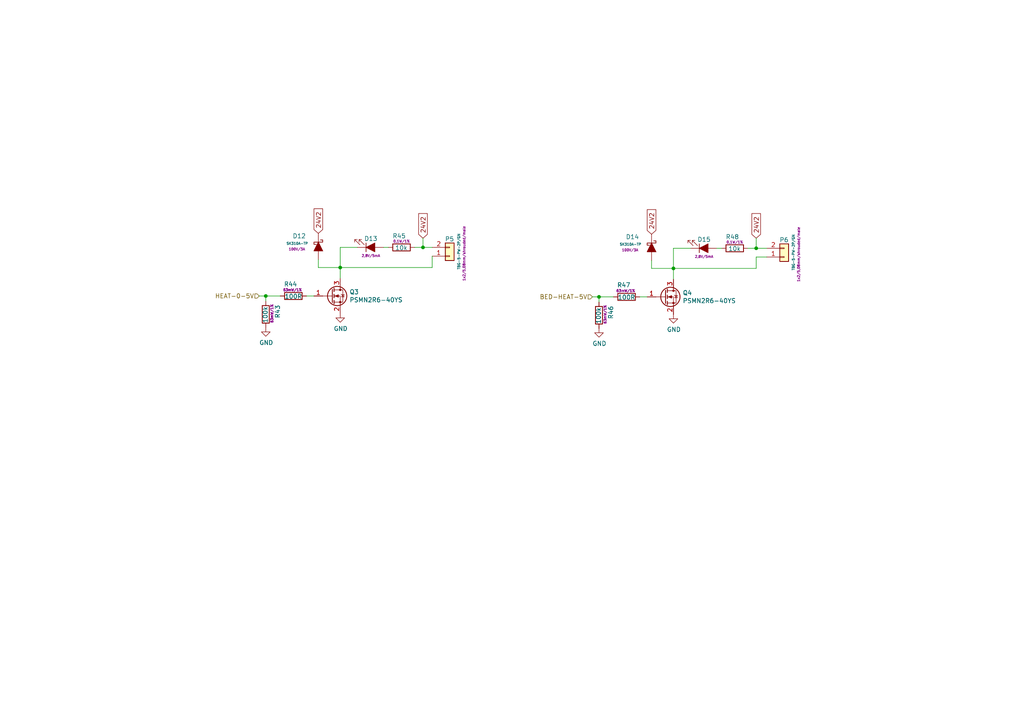
<source format=kicad_sch>
(kicad_sch (version 20211123) (generator eeschema)
  (paper "A4")
  (title_block (title "Buddy") (date "2019-10-24") (rev "v1.0.0") (company "PRUSA Research s.r.o.") (comment 1 "http://creativecommons.org/licenses/by-sa/4.0/") (comment 2 "Licensed under the Attribution-ShareAlike 4.0 International (CC BY-SA 4.0)"))
  (lib_symbols
    (symbol "BUDDY_v1.0.0-rescue:D_Schottky_ALT-Device" (pin_numbers hide) (pin_names (offset 1.016) hide)
      (property "Reference" "D" (at 0 2.54 0))
      (property "Value" "D_Schottky_ALT-Device" (at 0 -2.54 0))
      (symbol "D_Schottky_ALT-Device_0_1"
        (polyline (pts (xy 1.27 0) (xy -1.27 0)))
        (polyline (pts (xy 1.27 1.27) (xy 1.27 -1.27) (xy -1.27 0) (xy 1.27 1.27)) (stroke (width 0.2032)) (fill (type outline)))
        (polyline (pts (xy -1.905 0.635) (xy -1.905 1.27) (xy -1.27 1.27) (xy -1.27 -1.27) (xy -0.635 -1.27) (xy -0.635 -0.635)) (stroke (width 0.2032)))
      )
      (symbol "D_Schottky_ALT-Device_1_1"
        (pin passive line (at -3.81 0 0) (length 2.54) (name "K") (number "1"))
        (pin passive line (at 3.81 0 180) (length 2.54) (name "A") (number "2"))
      )
    )
    (symbol "BUDDY_v1.0.0-rescue:LED_ALT-Device" (pin_numbers hide) (pin_names (offset 1.016) hide)
      (property "Reference" "D" (at 0 2.54 0))
      (property "Value" "LED_ALT-Device" (at 0 -2.54 0))
      (symbol "LED_ALT-Device_0_1"
        (polyline (pts (xy -1.27 -1.27) (xy -1.27 1.27)) (stroke (width 0.2032)))
        (polyline (pts (xy -1.27 0) (xy 1.27 0)))
        (polyline (pts (xy 1.27 -1.27) (xy 1.27 1.27) (xy -1.27 0) (xy 1.27 -1.27)) (stroke (width 0.2032)) (fill (type outline)))
        (polyline (pts (xy -3.048 -0.762) (xy -4.572 -2.286) (xy -3.81 -2.286) (xy -4.572 -2.286) (xy -4.572 -1.524)))
        (polyline (pts (xy -1.778 -0.762) (xy -3.302 -2.286) (xy -2.54 -2.286) (xy -3.302 -2.286) (xy -3.302 -1.524)))
      )
      (symbol "LED_ALT-Device_1_1"
        (pin passive line (at -3.81 0 0) (length 2.54) (name "K") (number "1"))
        (pin passive line (at 3.81 0 180) (length 2.54) (name "A") (number "2"))
      )
    )
    (symbol "Connector_Generic:Conn_01x02" (pin_names (offset 1.016) hide)
      (property "Reference" "J" (at 0 2.54 0))
      (property "Value" "Conn_01x02" (at 0 -5.08 0))
      (symbol "Conn_01x02_1_1"
        (rectangle (start -1.27 -2.413) (end 0 -2.667) (stroke (width 0.1524)))
        (rectangle (start -1.27 0.127) (end 0 -0.127) (stroke (width 0.1524)))
        (rectangle (start -1.27 1.27) (end 1.27 -3.81) (stroke (width 0.254)) (fill (type background)))
        (pin passive line (at -5.08 0 0) (length 3.81) (name "Pin_1") (number "1"))
        (pin passive line (at -5.08 -2.54 0) (length 3.81) (name "Pin_2") (number "2"))
      )
    )
    (symbol "Device:R" (pin_numbers hide) (pin_names (offset 0))
      (property "Reference" "R" (at 2.032 0 90))
      (property "Value" "R" (at 0 0 90))
      (symbol "R_0_1"
        (rectangle (start -1.016 -2.54) (end 1.016 2.54) (stroke (width 0.254)))
      )
      (symbol "R_1_1"
        (pin passive line (at 0 3.81 270) (length 1.27) (name "~") (number "1"))
        (pin passive line (at 0 -3.81 90) (length 1.27) (name "~") (number "2"))
      )
    )
    (symbol "Transistor_FET:MMBF170" (pin_names hide)
      (property "Reference" "Q" (at 5.08 1.905 0))
      (property "Value" "MMBF170" (at 5.08 0 0))
      (symbol "MMBF170_0_1"
        (polyline (pts (xy 0.254 0) (xy -2.54 0)))
        (polyline (pts (xy 0.254 1.905) (xy 0.254 -1.905)) (stroke (width 0.254)))
        (polyline (pts (xy 0.762 -1.27) (xy 0.762 -2.286)) (stroke (width 0.254)))
        (polyline (pts (xy 0.762 0.508) (xy 0.762 -0.508)) (stroke (width 0.254)))
        (polyline (pts (xy 0.762 2.286) (xy 0.762 1.27)) (stroke (width 0.254)))
        (polyline (pts (xy 2.54 2.54) (xy 2.54 1.778)))
        (polyline (pts (xy 2.54 -2.54) (xy 2.54 0) (xy 0.762 0)))
        (polyline (pts (xy 0.762 -1.778) (xy 3.302 -1.778) (xy 3.302 1.778) (xy 0.762 1.778)))
        (polyline (pts (xy 1.016 0) (xy 2.032 0.381) (xy 2.032 -0.381) (xy 1.016 0)) (fill (type outline)))
        (polyline (pts (xy 2.794 0.508) (xy 2.921 0.381) (xy 3.683 0.381) (xy 3.81 0.254)))
        (polyline (pts (xy 3.302 0.381) (xy 2.921 -0.254) (xy 3.683 -0.254) (xy 3.302 0.381)))
        (circle (center 1.651 0) (radius 2.794) (stroke (width 0.254)))
        (circle (center 2.54 -1.778) (radius 0.254) (fill (type outline)))
        (circle (center 2.54 1.778) (radius 0.254) (fill (type outline)))
      )
      (symbol "MMBF170_1_1"
        (pin input line (at -5.08 0 0) (length 2.54) (name "G") (number "1"))
        (pin passive line (at 2.54 -5.08 90) (length 2.54) (name "S") (number "2"))
        (pin passive line (at 2.54 5.08 270) (length 2.54) (name "D") (number "3"))
      )
    )
    (symbol "power:GND" (power) (pin_names (offset 0))
      (property "Value" "GND" (at 0 -3.81 0))
      (symbol "GND_0_1"
        (polyline (pts (xy 0 0) (xy 0 -1.27) (xy 1.27 -1.27) (xy 0 -2.54) (xy -1.27 -1.27) (xy 0 -1.27)))
      )
      (symbol "GND_1_1"
        (pin power_in line (at 0 0 270) (length 0) hide (name "GND") (number "1"))
      )
    )
  )
  (junction (at 195.326 77.851))
  (junction (at 219.329 72.009))
  (junction (at 77.089 85.852))
  (junction (at 173.736 86.106))
  (junction (at 122.682 71.755))
  (junction (at 98.679 77.597))
  (wire (pts (xy 122.682 71.755) (xy 125.349 71.755)))
  (wire (pts (xy 195.326 77.851) (xy 188.976 77.851)))
  (wire (pts (xy 98.679 71.755) (xy 103.632 71.755)))
  (wire (pts (xy 98.679 77.597) (xy 92.329 77.597)))
  (wire (pts (xy 219.329 69.088) (xy 219.329 72.009)))
  (wire (pts (xy 125.349 77.597) (xy 125.349 74.295)))
  (wire (pts (xy 219.329 72.009) (xy 222.377 72.009)))
  (wire (pts (xy 122.682 71.755) (xy 122.682 69.088)))
  (wire (pts (xy 219.329 74.549) (xy 219.329 77.851)))
  (wire (pts (xy 77.089 85.852) (xy 75.184 85.852)))
  (wire (pts (xy 216.916 72.009) (xy 219.329 72.009)))
  (wire (pts (xy 77.089 85.852) (xy 81.28 85.852)))
  (wire (pts (xy 120.269 71.755) (xy 122.682 71.755)))
  (wire (pts (xy 173.736 87.63) (xy 173.736 86.106)))
  (wire (pts (xy 98.679 80.772) (xy 98.679 77.597)))
  (wire (pts (xy 188.976 77.851) (xy 188.976 75.565)))
  (wire (pts (xy 173.736 86.106) (xy 171.831 86.106)))
  (wire (pts (xy 195.326 77.851) (xy 219.329 77.851)))
  (wire (pts (xy 185.547 86.106) (xy 187.706 86.106)))
  (wire (pts (xy 195.326 81.026) (xy 195.326 77.851)))
  (wire (pts (xy 195.326 77.851) (xy 195.326 72.009)))
  (wire (pts (xy 92.329 77.597) (xy 92.329 75.311)))
  (wire (pts (xy 88.9 85.852) (xy 91.059 85.852)))
  (wire (pts (xy 77.089 87.376) (xy 77.089 85.852)))
  (wire (pts (xy 207.899 72.009) (xy 209.296 72.009)))
  (wire (pts (xy 98.679 77.597) (xy 125.349 77.597)))
  (wire (pts (xy 173.736 86.106) (xy 177.927 86.106)))
  (wire (pts (xy 98.679 77.597) (xy 98.679 71.755)))
  (wire (pts (xy 111.252 71.755) (xy 112.649 71.755)))
  (wire (pts (xy 222.377 74.549) (xy 219.329 74.549)))
  (wire (pts (xy 195.326 72.009) (xy 200.279 72.009)))
  (global_label "24V2" (shape input) (at 188.976 67.945 90) (property "Intersheet References" "${INTERSHEET_REFS}" (effects hide)))
  (global_label "24V2" (shape input) (at 219.329 69.088 90) (property "Intersheet References" "${INTERSHEET_REFS}" (effects hide)))
  (global_label "24V2" (shape input) (at 92.329 67.691 90) (property "Intersheet References" "${INTERSHEET_REFS}" (effects hide)))
  (global_label "24V2" (shape input) (at 122.682 69.088 90) (property "Intersheet References" "${INTERSHEET_REFS}" (effects hide)))
  (hierarchical_label "HEAT-0-5V" (shape input) (at 75.184 85.852 180))
  (hierarchical_label "BED-HEAT-5V" (shape input) (at 171.831 86.106 180))
  (symbol (lib_id "Device:R") (at 85.09 85.852 90) (unit 1)
    (property "Reference" "R44" (at 86.233 82.423 90) (effects (justify left)))
    (property "Value" "100R" (at 87.63 85.979 90) (effects (justify left)))
    (property "Footprint" "A3IDES_footprints:R_0402_1005Metric" (effects hide))
    (property "req" "63mW/1%" (at 84.836 84.074 90) (effects (font (size 0.7112 0.7112))))
  )
  (symbol (lib_id "Transistor_FET:MMBF170") (at 96.139 85.852 0) (unit 1)
    (property "Reference" "Q3" (at 101.346 84.6836 0) (effects (justify left)))
    (property "Value" "PSMN2R6-40YS" (at 101.346 86.995 0) (effects (justify left)))
    (property "Footprint" "A3IDES_footprints:SOT-669_LFPAK_alternate-numbers_VIA" (effects hide))
    (property "req" "40V/100A/272W/1,8mΩ" (effects hide))
  )
  (symbol (lib_id "power:GND") (at 98.679 90.932 0) (unit 1)
    (property "Reference" "#PWR044" (effects hide))
    (property "Value" "GND" (at 98.806 95.3262 0))
  )
  (symbol (lib_id "BUDDY_v1.0.0-rescue:LED_ALT-Device") (at 107.442 71.755 0) (mirror x) (unit 1)
    (property "Reference" "D13" (at 107.569 69.215 0))
    (property "Value" "GRN" (effects hide))
    (property "Footprint" "A3IDES_footprints:LED_0603" (effects hide))
    (property "req" "2,8V/5mA" (at 107.569 74.168 0) (effects (font (size 0.7112 0.7112))))
  )
  (symbol (lib_id "Device:R") (at 116.459 71.755 90) (unit 1)
    (property "Reference" "R45" (at 117.729 68.453 90) (effects (justify left)))
    (property "Value" "10k" (at 118.237 71.882 90) (effects (justify left)))
    (property "Footprint" "A3IDES_footprints:R_0603_1608Metric" (effects hide))
    (property "req" "0,1W/1%" (at 116.459 69.977 90) (effects (font (size 0.7112 0.7112))))
  )
  (symbol (lib_id "Connector_Generic:Conn_01x02") (at 130.429 74.295 0) (mirror x) (unit 1)
    (property "Reference" "P5" (at 129.032 69.342 0) (effects (justify left)))
    (property "Value" "TBG-5-PW-2P/GN" (at 133.096 67.691 90) (effects (font (size 0.7112 0.7112)) (justify left)))
    (property "Footprint" "A3IDES_footprints:PhoenixContact_MSTBVA-G_02x5.08mm_Vertical" (effects hide))
    (property "req" "1x2/5,08mm/shrouded/male" (at 134.62 65.532 90) (effects (font (size 0.7112 0.7112)) (justify left)))
  )
  (symbol (lib_id "BUDDY_v1.0.0-rescue:D_Schottky_ALT-Device") (at 92.329 71.501 270) (unit 1)
    (property "Reference" "D12" (at 84.836 68.453 90) (effects (justify left)))
    (property "Value" "SK310A-TP" (at 83.058 70.612 90) (effects (font (size 0.7112 0.7112)) (justify left)))
    (property "Footprint" "A3IDES_footprints:DO-214AC" (effects hide))
    (property "req" "100V/3A" (at 86.106 72.263 90) (effects (font (size 0.7112 0.7112))))
  )
  (symbol (lib_id "Device:R") (at 77.089 91.186 0) (unit 1)
    (property "Reference" "R43" (at 80.518 92.329 90) (effects (justify left)))
    (property "Value" "100k" (at 76.962 93.726 90) (effects (justify left)))
    (property "Footprint" "A3IDES_footprints:R_0402_1005Metric" (effects hide))
    (property "req" "63mW/1%" (at 78.867 90.932 90) (effects (font (size 0.7112 0.7112))))
  )
  (symbol (lib_id "power:GND") (at 77.089 94.996 0) (unit 1)
    (property "Reference" "#PWR042" (effects hide))
    (property "Value" "GND" (at 77.216 99.3902 0))
  )
  (symbol (lib_id "Device:R") (at 181.737 86.106 90) (unit 1)
    (property "Reference" "R47" (at 182.88 82.677 90) (effects (justify left)))
    (property "Value" "100R" (at 184.277 86.233 90) (effects (justify left)))
    (property "Footprint" "A3IDES_footprints:R_0402_1005Metric" (effects hide))
    (property "req" "63mW/1%" (at 181.483 84.328 90) (effects (font (size 0.7112 0.7112))))
  )
  (symbol (lib_id "Transistor_FET:MMBF170") (at 192.786 86.106 0) (unit 1)
    (property "Reference" "Q4" (at 197.993 84.9376 0) (effects (justify left)))
    (property "Value" "PSMN2R6-40YS" (at 197.993 87.249 0) (effects (justify left)))
    (property "Footprint" "A3IDES_footprints:SOT-669_LFPAK_alternate-numbers_VIA" (effects hide))
    (property "req" "40V/100A/272W/1,8mΩ" (effects hide))
  )
  (symbol (lib_id "power:GND") (at 195.326 91.186 0) (unit 1)
    (property "Reference" "#PWR048" (effects hide))
    (property "Value" "GND" (at 195.453 95.5802 0))
  )
  (symbol (lib_id "BUDDY_v1.0.0-rescue:LED_ALT-Device") (at 204.089 72.009 0) (mirror x) (unit 1)
    (property "Reference" "D15" (at 204.216 69.469 0))
    (property "Value" "GRN" (effects hide))
    (property "Footprint" "A3IDES_footprints:LED_0603" (effects hide))
    (property "req" "2,8V/5mA" (at 204.216 74.422 0) (effects (font (size 0.7112 0.7112))))
  )
  (symbol (lib_id "Device:R") (at 213.106 72.009 90) (unit 1)
    (property "Reference" "R48" (at 214.376 68.707 90) (effects (justify left)))
    (property "Value" "10k" (at 214.884 72.136 90) (effects (justify left)))
    (property "Footprint" "A3IDES_footprints:R_0603_1608Metric" (effects hide))
    (property "req" "0,1W/1%" (at 213.106 70.231 90) (effects (font (size 0.7112 0.7112))))
  )
  (symbol (lib_id "BUDDY_v1.0.0-rescue:D_Schottky_ALT-Device") (at 188.976 71.755 270) (unit 1)
    (property "Reference" "D14" (at 181.483 68.707 90) (effects (justify left)))
    (property "Value" "SK310A-TP" (at 179.705 70.866 90) (effects (font (size 0.7112 0.7112)) (justify left)))
    (property "Footprint" "A3IDES_footprints:DO-214AC" (effects hide))
    (property "req" "100V/3A" (at 182.753 72.517 90) (effects (font (size 0.7112 0.7112))))
  )
  (symbol (lib_id "Device:R") (at 173.736 91.44 0) (unit 1)
    (property "Reference" "R46" (at 177.165 92.583 90) (effects (justify left)))
    (property "Value" "100k" (at 173.609 93.98 90) (effects (justify left)))
    (property "Footprint" "A3IDES_footprints:R_0402_1005Metric" (effects hide))
    (property "req" "63mW/1%" (at 175.514 91.186 90) (effects (font (size 0.7112 0.7112))))
  )
  (symbol (lib_id "power:GND") (at 173.736 95.25 0) (unit 1)
    (property "Reference" "#PWR046" (effects hide))
    (property "Value" "GND" (at 173.863 99.6442 0))
  )
  (symbol (lib_id "Connector_Generic:Conn_01x02") (at 227.457 74.549 0) (mirror x) (unit 1)
    (property "Reference" "P6" (at 226.06 69.596 0) (effects (justify left)))
    (property "Value" "TBG-5-PW-2P/GN" (at 230.124 67.945 90) (effects (font (size 0.7112 0.7112)) (justify left)))
    (property "Footprint" "A3IDES_footprints:PhoenixContact_MSTBVA-G_02x5.08mm_Vertical" (effects hide))
    (property "req" "1x2/5,08mm/shrouded/male" (at 231.648 65.786 90) (effects (font (size 0.7112 0.7112)) (justify left)))
  )
)
</source>
